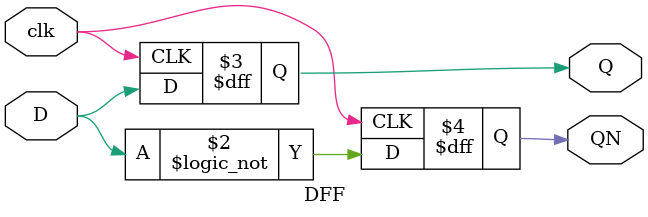
<source format=v>
`timescale 1ns / 1ps


module DFF(
    input clk,
    input D,
    output reg Q,
    output reg QN
    );
    
    always @(posedge clk) begin
        Q <= D;
        QN <= !D;
    end
endmodule

</source>
